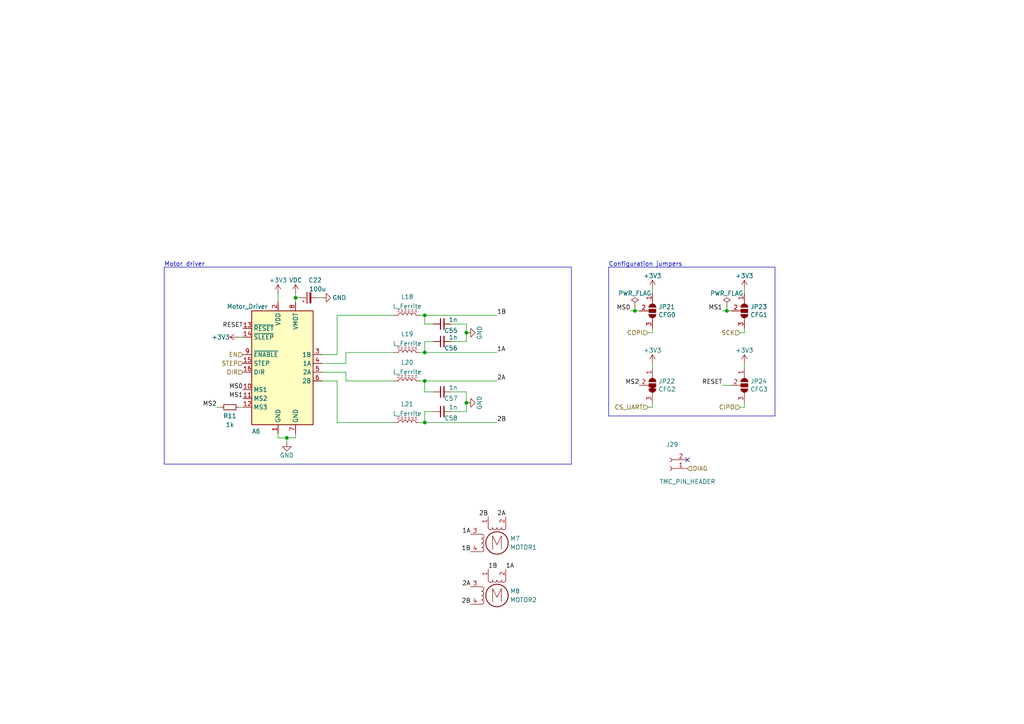
<source format=kicad_sch>
(kicad_sch (version 20230121) (generator eeschema)
  (paper "A4")
  (title_block (title "LumenPnP Motherboard") (date "2022-03-29") (company "Opulo"))
  (lib_symbols
    (symbol "Connector:Conn_01x02_Female" (pin_names (offset 1.016) hide)
      (property "Reference" "J" (at 0 2.54 0))
      (property "Value" "Conn_01x02_Female" (at 0 -5.08 0))
      (symbol "Conn_01x02_Female_1_1"
        (arc (start 0 -2.032) (mid -0.5058 -2.54) (end 0 -3.048) (stroke (width 0.1524)))
        (polyline (pts (xy -1.27 -2.54) (xy -0.508 -2.54)) (stroke (width 0.1524)))
        (polyline (pts (xy -1.27 0) (xy -0.508 0)) (stroke (width 0.1524)))
        (arc (start 0 0.508) (mid -0.5058 0) (end 0 -0.508) (stroke (width 0.1524)))
        (pin passive line (at -5.08 0 0) (length 3.81) (name "Pin_1") (number "1"))
        (pin passive line (at -5.08 -2.54 0) (length 3.81) (name "Pin_2") (number "2"))
      )
    )
    (symbol "Device:C_Polarized_Small" (pin_numbers hide) (pin_names (offset 0.254) hide)
      (property "Reference" "C" (at 0.254 1.778 0))
      (property "Value" "C_Polarized_Small" (at 0.254 -2.032 0))
      (symbol "C_Polarized_Small_0_1"
        (rectangle (start -1.524 -0.3048) (end 1.524 -0.6858) (fill (type outline)))
        (rectangle (start -1.524 0.6858) (end 1.524 0.3048))
        (polyline (pts (xy -1.27 1.524) (xy -0.762 1.524)))
        (polyline (pts (xy -1.016 1.27) (xy -1.016 1.778)))
      )
      (symbol "C_Polarized_Small_1_1"
        (pin passive line (at 0 2.54 270) (length 1.8542) (name "~") (number "1"))
        (pin passive line (at 0 -2.54 90) (length 1.8542) (name "~") (number "2"))
      )
    )
    (symbol "Device:C_Small" (pin_numbers hide) (pin_names (offset 0.254) hide)
      (property "Reference" "C" (at 0.254 1.778 0))
      (property "Value" "C_Small" (at 0.254 -2.032 0))
      (symbol "C_Small_0_1"
        (polyline (pts (xy -1.524 -0.508) (xy 1.524 -0.508)) (stroke (width 0.3302)))
        (polyline (pts (xy -1.524 0.508) (xy 1.524 0.508)) (stroke (width 0.3048)))
      )
      (symbol "C_Small_1_1"
        (pin passive line (at 0 2.54 270) (length 2.032) (name "~") (number "1"))
        (pin passive line (at 0 -2.54 90) (length 2.032) (name "~") (number "2"))
      )
    )
    (symbol "Device:L_Ferrite" (pin_numbers hide) (pin_names (offset 1.016) hide)
      (property "Reference" "L" (at -1.27 0 90))
      (property "Value" "L_Ferrite" (at 2.794 0 90))
      (symbol "L_Ferrite_0_1"
        (arc (start 0 -2.54) (mid 0.6323 -1.905) (end 0 -1.27))
        (arc (start 0 -1.27) (mid 0.6323 -0.635) (end 0 0))
        (polyline (pts (xy 1.016 -2.794) (xy 1.016 -2.286)))
        (polyline (pts (xy 1.016 -1.778) (xy 1.016 -1.27)))
        (polyline (pts (xy 1.016 -0.762) (xy 1.016 -0.254)))
        (polyline (pts (xy 1.016 0.254) (xy 1.016 0.762)))
        (polyline (pts (xy 1.016 1.27) (xy 1.016 1.778)))
        (polyline (pts (xy 1.016 2.286) (xy 1.016 2.794)))
        (polyline (pts (xy 1.524 -2.286) (xy 1.524 -2.794)))
        (polyline (pts (xy 1.524 -1.27) (xy 1.524 -1.778)))
        (polyline (pts (xy 1.524 -0.254) (xy 1.524 -0.762)))
        (polyline (pts (xy 1.524 0.762) (xy 1.524 0.254)))
        (polyline (pts (xy 1.524 1.778) (xy 1.524 1.27)))
        (polyline (pts (xy 1.524 2.794) (xy 1.524 2.286)))
        (arc (start 0 0) (mid 0.6323 0.635) (end 0 1.27))
        (arc (start 0 1.27) (mid 0.6323 1.905) (end 0 2.54))
      )
      (symbol "L_Ferrite_1_1"
        (pin passive line (at 0 3.81 270) (length 1.27) (name "1") (number "1"))
        (pin passive line (at 0 -3.81 90) (length 1.27) (name "2") (number "2"))
      )
    )
    (symbol "Device:R_Small" (pin_numbers hide) (pin_names (offset 0.254) hide)
      (property "Reference" "R" (at 0.762 0.508 0))
      (property "Value" "R_Small" (at 0.762 -1.016 0))
      (symbol "R_Small_0_1"
        (rectangle (start -0.762 1.778) (end 0.762 -1.778) (stroke (width 0.2032)))
      )
      (symbol "R_Small_1_1"
        (pin passive line (at 0 2.54 270) (length 0.762) (name "~") (number "1"))
        (pin passive line (at 0 -2.54 90) (length 0.762) (name "~") (number "2"))
      )
    )
    (symbol "Driver_Motor:Pololu_Breakout_A4988"
      (property "Reference" "A" (at -2.54 19.05 0))
      (property "Value" "Pololu_Breakout_A4988" (at -2.54 16.51 0))
      (symbol "Pololu_Breakout_A4988_0_1"
        (rectangle (start 10.16 -17.78) (end -7.62 15.24) (stroke (width 0.254)) (fill (type background)))
      )
      (symbol "Pololu_Breakout_A4988_1_1"
        (pin power_in line (at 0 -20.32 90) (length 2.54) (name "GND") (number "1"))
        (pin input line (at -10.16 -7.62 0) (length 2.54) (name "MS1") (number "10"))
        (pin input line (at -10.16 -10.16 0) (length 2.54) (name "MS2") (number "11"))
        (pin input line (at -10.16 -12.7 0) (length 2.54) (name "MS3") (number "12"))
        (pin input line (at -10.16 10.16 0) (length 2.54) (name "~{RESET}") (number "13"))
        (pin input line (at -10.16 7.62 0) (length 2.54) (name "~{SLEEP}") (number "14"))
        (pin input line (at -10.16 0 0) (length 2.54) (name "STEP") (number "15"))
        (pin input line (at -10.16 -2.54 0) (length 2.54) (name "DIR") (number "16"))
        (pin power_in line (at 0 17.78 270) (length 2.54) (name "VDD") (number "2"))
        (pin output line (at 12.7 2.54 180) (length 2.54) (name "1B") (number "3"))
        (pin output line (at 12.7 0 180) (length 2.54) (name "1A") (number "4"))
        (pin output line (at 12.7 -2.54 180) (length 2.54) (name "2A") (number "5"))
        (pin output line (at 12.7 -5.08 180) (length 2.54) (name "2B") (number "6"))
        (pin power_in line (at 5.08 -20.32 90) (length 2.54) (name "GND") (number "7"))
        (pin power_in line (at 5.08 17.78 270) (length 2.54) (name "VMOT") (number "8"))
        (pin input line (at -10.16 2.54 0) (length 2.54) (name "~{ENABLE}") (number "9"))
      )
    )
    (symbol "Jumper:SolderJumper_3_Open" (pin_names (offset 0) hide)
      (property "Reference" "JP" (at -2.54 -2.54 0))
      (property "Value" "SolderJumper_3_Open" (at 0 2.794 0))
      (symbol "SolderJumper_3_Open_0_1"
        (arc (start -1.016 1.016) (mid -2.0276 0) (end -1.016 -1.016))
        (arc (start -1.016 1.016) (mid -2.0276 0) (end -1.016 -1.016) (fill (type outline)))
        (rectangle (start -0.508 1.016) (end 0.508 -1.016) (fill (type outline)))
        (polyline (pts (xy -2.54 0) (xy -2.032 0)))
        (polyline (pts (xy -1.016 1.016) (xy -1.016 -1.016)))
        (polyline (pts (xy 0 -1.27) (xy 0 -1.016)))
        (polyline (pts (xy 1.016 1.016) (xy 1.016 -1.016)))
        (polyline (pts (xy 2.54 0) (xy 2.032 0)))
        (arc (start 1.016 -1.016) (mid 2.0276 0) (end 1.016 1.016))
        (arc (start 1.016 -1.016) (mid 2.0276 0) (end 1.016 1.016) (fill (type outline)))
      )
      (symbol "SolderJumper_3_Open_1_1"
        (pin passive line (at -5.08 0 0) (length 2.54) (name "A") (number "1"))
        (pin passive line (at 0 -3.81 90) (length 2.54) (name "C") (number "2"))
        (pin passive line (at 5.08 0 180) (length 2.54) (name "B") (number "3"))
      )
    )
    (symbol "Motor:Stepper_Motor_bipolar" (pin_names (offset 0) hide)
      (property "Reference" "M" (at 3.81 2.54 0))
      (property "Value" "Stepper_Motor_bipolar" (at 3.81 1.27 0))
      (symbol "Stepper_Motor_bipolar_0_0"
        (polyline (pts (xy -1.27 -1.778) (xy -1.27 2.032) (xy 0 -0.508) (xy 1.27 2.032) (xy 1.27 -1.778)))
      )
      (symbol "Stepper_Motor_bipolar_0_1"
        (arc (start -4.445 -2.54) (mid -3.8127 -1.905) (end -4.445 -1.27))
        (arc (start -4.445 -1.27) (mid -3.8127 -0.635) (end -4.445 0))
        (arc (start -4.445 0) (mid -3.8127 0.635) (end -4.445 1.27))
        (arc (start -4.445 1.27) (mid -3.8127 1.905) (end -4.445 2.54))
        (arc (start -2.54 4.445) (mid -1.905 3.8127) (end -1.27 4.445))
        (arc (start -1.27 4.445) (mid -0.635 3.8127) (end 0 4.445))
        (polyline (pts (xy -5.08 -2.54) (xy -4.445 -2.54)))
        (polyline (pts (xy -5.08 2.54) (xy -4.445 2.54)))
        (polyline (pts (xy -2.54 5.08) (xy -2.54 4.445)))
        (polyline (pts (xy 2.54 5.08) (xy 2.54 4.445)))
        (circle (center 0 0) (radius 3.2512) (stroke (width 0.254)))
        (arc (start 0 4.445) (mid 0.635 3.8127) (end 1.27 4.445))
        (arc (start 1.27 4.445) (mid 1.905 3.8127) (end 2.54 4.445))
      )
      (symbol "Stepper_Motor_bipolar_1_1"
        (pin passive line (at -2.54 7.62 270) (length 2.54) (name "~") (number "1"))
        (pin passive line (at 2.54 7.62 270) (length 2.54) (name "-") (number "2"))
        (pin passive line (at -7.62 2.54 0) (length 2.54) (name "~") (number "3"))
        (pin passive line (at -7.62 -2.54 0) (length 2.54) (name "~") (number "4"))
      )
    )
    (symbol "index:SolderJumper_3_Bridged23" (pin_names (offset 0) hide)
      (property "Reference" "JP" (at -2.54 -2.54 0))
      (property "Value" "SolderJumper_3_Bridged23" (at 0 2.794 0))
      (symbol "SolderJumper_3_Bridged23_0_1"
        (rectangle (start -1.016 0.508) (end -0.508 -0.508) (fill (type outline)))
        (arc (start -1.016 1.016) (mid -2.0276 0) (end -1.016 -1.016))
        (arc (start -1.016 1.016) (mid -2.0276 0) (end -1.016 -1.016) (fill (type outline)))
        (rectangle (start -0.508 1.016) (end 0.508 -1.016) (fill (type outline)))
        (polyline (pts (xy -2.54 0) (xy -2.032 0)))
        (polyline (pts (xy -1.016 1.016) (xy -1.016 -1.016)))
        (polyline (pts (xy 0 -1.27) (xy 0 -1.016)))
        (polyline (pts (xy 1.016 1.016) (xy 1.016 -1.016)))
        (polyline (pts (xy 2.54 0) (xy 2.032 0)))
        (arc (start 1.016 -1.016) (mid 2.0276 0) (end 1.016 1.016))
        (arc (start 1.016 -1.016) (mid 2.0276 0) (end 1.016 1.016) (fill (type outline)))
      )
      (symbol "SolderJumper_3_Bridged23_1_1"
        (pin passive line (at 5.08 0 180) (length 2.54) (name "B") (number "1"))
        (pin input line (at 0 -3.81 90) (length 2.54) (name "C") (number "2"))
        (pin passive line (at -5.08 0 0) (length 2.54) (name "A") (number "3"))
      )
    )
    (symbol "power:+3.3V" (power) (pin_names (offset 0))
      (property "Value" "+3.3V" (at 0 3.556 0))
      (symbol "+3.3V_0_1"
        (polyline (pts (xy -0.762 1.27) (xy 0 2.54)))
        (polyline (pts (xy 0 0) (xy 0 2.54)))
        (polyline (pts (xy 0 2.54) (xy 0.762 1.27)))
      )
      (symbol "+3.3V_1_1"
        (pin power_in line (at 0 0 90) (length 0) hide (name "+3V3") (number "1"))
      )
    )
    (symbol "power:+3V3" (power) (pin_names (offset 0))
      (property "Value" "+3V3" (at 0 3.556 0))
      (symbol "+3V3_0_1"
        (polyline (pts (xy -0.762 1.27) (xy 0 2.54)))
        (polyline (pts (xy 0 0) (xy 0 2.54)))
        (polyline (pts (xy 0 2.54) (xy 0.762 1.27)))
      )
      (symbol "+3V3_1_1"
        (pin power_in line (at 0 0 90) (length 0) hide (name "+3V3") (number "1"))
      )
    )
    (symbol "power:GND" (power) (pin_names (offset 0))
      (property "Value" "GND" (at 0 -3.81 0))
      (symbol "GND_0_1"
        (polyline (pts (xy 0 0) (xy 0 -1.27) (xy 1.27 -1.27) (xy 0 -2.54) (xy -1.27 -1.27) (xy 0 -1.27)))
      )
      (symbol "GND_1_1"
        (pin power_in line (at 0 0 270) (length 0) hide (name "GND") (number "1"))
      )
    )
    (symbol "power:PWR_FLAG" (power) (pin_numbers hide) (pin_names (offset 0) hide)
      (property "Value" "PWR_FLAG" (at 0 3.81 0))
      (symbol "PWR_FLAG_0_0"
        (pin power_out line (at 0 0 90) (length 0) (name "pwr") (number "1"))
      )
      (symbol "PWR_FLAG_0_1"
        (polyline (pts (xy 0 0) (xy 0 1.27) (xy -1.016 1.905) (xy 0 2.54) (xy 1.016 1.905) (xy 0 1.27)))
      )
    )
    (symbol "power:VDC" (power) (pin_names (offset 0))
      (property "Value" "VDC" (at 0 6.35 0))
      (symbol "VDC_0_1"
        (polyline (pts (xy -0.762 1.27) (xy 0 2.54)))
        (polyline (pts (xy 0 0) (xy 0 2.54)))
        (polyline (pts (xy 0 2.54) (xy 0.762 1.27)))
      )
      (symbol "VDC_1_1"
        (pin power_in line (at 0 0 90) (length 0) hide (name "VDC") (number "1"))
      )
    )
  )
  (junction (at 123.19 91.44))
  (junction (at 135.255 96.52))
  (junction (at 135.255 116.84))
  (junction (at 83.185 127))
  (junction (at 123.19 102.235))
  (junction (at 123.19 110.49))
  (junction (at 123.19 122.555))
  (junction (at 85.725 86.36))
  (junction (at 184.15 90.17))
  (junction (at 210.82 90.17))
  (no_connect (at 199.39 133.35))
  (polyline (pts (xy 47.625 77.47) (xy 47.625 134.62)))
  (wire (pts (xy 189.23 118.11) (xy 189.23 116.84)))
  (wire (pts (xy 135.255 93.98) (xy 130.81 93.98)))
  (wire (pts (xy 100.33 107.95) (xy 100.33 110.49)))
  (wire (pts (xy 100.33 102.235) (xy 114.3 102.235)))
  (wire (pts (xy 123.19 102.235) (xy 144.145 102.235)))
  (wire (pts (xy 189.23 83.82) (xy 189.23 85.09)))
  (wire (pts (xy 189.23 105.41) (xy 189.23 106.68)))
  (polyline (pts (xy 165.735 134.62) (xy 165.735 77.47)))
  (wire (pts (xy 80.645 127) (xy 83.185 127)))
  (wire (pts (xy 123.19 122.555) (xy 123.19 119.38)))
  (wire (pts (xy 93.345 107.95) (xy 100.33 107.95)))
  (wire (pts (xy 123.19 119.38) (xy 125.73 119.38)))
  (wire (pts (xy 100.33 110.49) (xy 114.3 110.49)))
  (wire (pts (xy 187.96 118.11) (xy 189.23 118.11)))
  (wire (pts (xy 184.15 88.9) (xy 184.15 90.17)))
  (wire (pts (xy 121.92 122.555) (xy 123.19 122.555)))
  (wire (pts (xy 93.345 110.49) (xy 97.79 110.49)))
  (polyline (pts (xy 176.53 77.47) (xy 224.79 77.47)))
  (wire (pts (xy 97.79 102.87) (xy 97.79 91.44)))
  (wire (pts (xy 80.645 125.73) (xy 80.645 127)))
  (wire (pts (xy 135.255 113.665) (xy 135.255 116.84)))
  (wire (pts (xy 93.345 105.41) (xy 100.33 105.41)))
  (wire (pts (xy 214.63 118.11) (xy 215.9 118.11)))
  (wire (pts (xy 80.645 85.09) (xy 80.645 87.63)))
  (wire (pts (xy 123.19 93.98) (xy 125.73 93.98)))
  (wire (pts (xy 135.255 96.52) (xy 135.255 93.98)))
  (wire (pts (xy 85.725 85.09) (xy 85.725 86.36)))
  (wire (pts (xy 121.92 110.49) (xy 123.19 110.49)))
  (wire (pts (xy 135.255 99.06) (xy 135.255 96.52)))
  (wire (pts (xy 123.19 91.44) (xy 144.145 91.44)))
  (wire (pts (xy 123.19 102.235) (xy 123.19 99.06)))
  (wire (pts (xy 62.865 118.11) (xy 64.135 118.11)))
  (wire (pts (xy 97.79 110.49) (xy 97.79 122.555)))
  (wire (pts (xy 210.82 88.9) (xy 210.82 90.17)))
  (wire (pts (xy 85.725 86.36) (xy 86.995 86.36)))
  (wire (pts (xy 123.19 91.44) (xy 123.19 93.98)))
  (wire (pts (xy 100.33 105.41) (xy 100.33 102.235)))
  (wire (pts (xy 93.345 102.87) (xy 97.79 102.87)))
  (wire (pts (xy 123.19 113.665) (xy 125.73 113.665)))
  (wire (pts (xy 189.23 96.52) (xy 189.23 95.25)))
  (wire (pts (xy 135.255 119.38) (xy 130.81 119.38)))
  (wire (pts (xy 85.725 86.36) (xy 85.725 87.63)))
  (wire (pts (xy 130.81 113.665) (xy 135.255 113.665)))
  (polyline (pts (xy 224.79 120.65) (xy 176.53 120.65)))
  (wire (pts (xy 123.19 110.49) (xy 123.19 113.665)))
  (wire (pts (xy 83.185 127) (xy 83.185 128.27)))
  (wire (pts (xy 209.55 90.17) (xy 210.82 90.17)))
  (wire (pts (xy 187.96 96.52) (xy 189.23 96.52)))
  (wire (pts (xy 121.92 91.44) (xy 123.19 91.44)))
  (wire (pts (xy 184.15 90.17) (xy 185.42 90.17)))
  (wire (pts (xy 215.9 105.41) (xy 215.9 106.68)))
  (wire (pts (xy 215.9 96.52) (xy 215.9 95.25)))
  (polyline (pts (xy 47.625 77.47) (xy 165.735 77.47)))
  (wire (pts (xy 182.88 90.17) (xy 184.15 90.17)))
  (wire (pts (xy 215.9 83.82) (xy 215.9 85.09)))
  (wire (pts (xy 130.81 99.06) (xy 135.255 99.06)))
  (wire (pts (xy 214.63 96.52) (xy 215.9 96.52)))
  (wire (pts (xy 97.79 122.555) (xy 114.3 122.555)))
  (polyline (pts (xy 224.79 77.47) (xy 224.79 120.65)))
  (wire (pts (xy 85.725 125.73) (xy 85.725 127)))
  (wire (pts (xy 97.79 91.44) (xy 114.3 91.44)))
  (polyline (pts (xy 176.53 77.47) (xy 176.53 120.65)))
  (wire (pts (xy 69.215 97.79) (xy 70.485 97.79)))
  (wire (pts (xy 123.19 110.49) (xy 144.145 110.49)))
  (wire (pts (xy 83.185 127) (xy 85.725 127)))
  (wire (pts (xy 215.9 118.11) (xy 215.9 116.84)))
  (wire (pts (xy 121.92 102.235) (xy 123.19 102.235)))
  (polyline (pts (xy 47.625 134.62) (xy 165.735 134.62)))
  (wire (pts (xy 69.215 118.11) (xy 70.485 118.11)))
  (wire (pts (xy 123.19 122.555) (xy 144.145 122.555)))
  (wire (pts (xy 123.19 99.06) (xy 125.73 99.06)))
  (wire (pts (xy 92.075 86.36) (xy 93.345 86.36)))
  (wire (pts (xy 210.82 90.17) (xy 212.09 90.17)))
  (wire (pts (xy 135.255 116.84) (xy 135.255 119.38)))
  (wire (pts (xy 209.55 111.76) (xy 212.09 111.76)))
  (text "Configuration jumpers" (at 176.53 77.47 0) (effects (font (size 1.27 1.27)) (justify left bottom)))
  (text "Motor driver" (at 47.625 77.47 0) (effects (font (size 1.27 1.27)) (justify left bottom)))
  (label "2A" (at 144.145 110.49 0))
  (label "2B" (at 144.145 122.555 0))
  (label "2A" (at 136.525 170.18 180))
  (label "2B" (at 136.525 175.26 180))
  (label "RESET" (at 209.55 111.76 180))
  (label "MS2" (at 62.865 118.11 180))
  (label "MS2" (at 185.42 111.76 180))
  (label "1B" (at 144.145 91.44 0))
  (label "RESET" (at 70.485 95.25 180))
  (label "2A" (at 146.685 149.86 180))
  (label "1B" (at 136.525 160.02 180))
  (label "1A" (at 136.525 154.94 180))
  (label "MS0" (at 70.485 113.03 180))
  (label "MS1" (at 209.55 90.17 180))
  (label "2B" (at 141.605 149.86 180))
  (label "1A" (at 146.685 165.1 0))
  (label "1A" (at 144.145 102.235 0))
  (label "MS1" (at 70.485 115.57 180))
  (label "1B" (at 141.605 165.1 0))
  (label "MS0" (at 182.88 90.17 180))
  (hierarchical_label "DIR" (shape input) (at 70.485 107.95 180))
  (hierarchical_label "COPI" (shape input) (at 187.96 96.52 180))
  (hierarchical_label "SCK" (shape input) (at 214.63 96.52 180))
  (hierarchical_label "CIPO" (shape input) (at 214.63 118.11 180))
  (hierarchical_label "DIAG" (shape input) (at 199.39 135.89 0))
  (hierarchical_label "EN" (shape input) (at 70.485 102.87 180))
  (hierarchical_label "CS_UART" (shape input) (at 187.96 118.11 180))
  (hierarchical_label "STEP" (shape input) (at 70.485 105.41 180))
  (symbol (lib_id "power:+3V3") (at 80.645 85.09 0) (unit 1)
    (property "Reference" "#PWR066" (effects hide))
    (property "Value" "+3V3" (at 80.645 81.28 0))
    (instances (project "mobo" (path "" (reference "#PWR0227") (unit 1))))
  )
  (symbol (lib_id "power:GND") (at 83.185 128.27 0) (unit 1)
    (property "Reference" "#PWR067" (effects hide))
    (property "Value" "GND" (at 83.185 132.08 0))
    (instances (project "mobo" (path "" (reference "#PWR0225") (unit 1))))
  )
  (symbol (lib_id "power:+3.3V") (at 69.215 97.79 90) (unit 1)
    (property "Reference" "#PWR065" (effects hide))
    (property "Value" "+3.3V" (at 66.675 97.79 90) (effects (justify left)))
    (instances (project "mobo" (path "" (reference "#PWR0226") (unit 1))))
  )
  (symbol (lib_id "Motor:Stepper_Motor_bipolar") (at 144.145 172.72 0) (unit 1)
    (property "Reference" "M6" (at 147.955 171.45 0) (effects (justify left)))
    (property "Value" "MOTOR2" (at 147.955 173.99 0) (effects (justify left)))
    (property "Footprint" "Connector_JST:JST_XH_B4B-XH-A_1x04_P2.50mm_Vertical" (effects hide))
    (property "Datasheet" "http://www.infineon.com/dgdl/Application-Note-TLE8110EE_driving_UniPolarStepperMotor_V1.1.pdf?fileId=db3a30431be39b97011be5d0aa0a00b0" (effects hide))
    (property "LCSC" "C37815" (effects hide))
    (property "JLCPCB" "C37815" (effects hide))
    (property "Digikey" "455-2249-ND" (effects hide))
    (instances (project "mobo" (path "" (reference "M8") (unit 1))))
  )
  (symbol (lib_id "Motor:Stepper_Motor_bipolar") (at 144.145 157.48 0) (unit 1)
    (property "Reference" "M5" (at 147.955 156.21 0) (effects (justify left)))
    (property "Value" "MOTOR1" (at 147.955 158.75 0) (effects (justify left)))
    (property "Footprint" "Connector_JST:JST_XH_B4B-XH-A_1x04_P2.50mm_Vertical" (effects hide))
    (property "Datasheet" "http://www.infineon.com/dgdl/Application-Note-TLE8110EE_driving_UniPolarStepperMotor_V1.1.pdf?fileId=db3a30431be39b97011be5d0aa0a00b0" (effects hide))
    (property "LCSC" "C37815" (effects hide))
    (property "JLCPCB" "C37815" (effects hide))
    (property "Digikey" "455-2249-ND" (effects hide))
    (instances (project "mobo" (path "" (reference "M7") (unit 1))))
  )
  (symbol (lib_id "Driver_Motor:Pololu_Breakout_A4988") (at 80.645 105.41 0) (unit 1)
    (property "Reference" "A5" (at 74.295 125.095 0))
    (property "Value" "Motor_Driver" (at 71.755 88.9 0))
    (property "Footprint" "Module:Pololu_Breakout-16_15.2x20.3mm" (effects hide))
    (property "Datasheet" "https://www.pololu.com/product/2980/pictures" (effects hide))
    (property "Digikey" "1460-TMC2209SILENTSTEPSTICK-ND" (effects hide))
    (property "Notes" "BIGTREETECH TMC2209" (effects hide))
    (instances (project "mobo" (path "" (reference "A6") (unit 1))))
  )
  (symbol (lib_id "power:VDC") (at 85.725 85.09 0) (unit 1)
    (property "Reference" "#PWR068" (effects hide))
    (property "Value" "VDC" (at 85.725 81.28 0))
    (instances (project "mobo" (path "" (reference "#PWR0228") (unit 1))))
  )
  (symbol (lib_id "Device:C_Polarized_Small") (at 89.535 86.36 90) (unit 1)
    (property "Reference" "C21" (at 93.345 81.28 90) (effects (justify left)))
    (property "Value" "100u" (at 94.615 83.82 90) (effects (justify left)))
    (property "Footprint" "Capacitor_SMD:CP_Elec_6.3x7.7" (effects hide))
    (property "Digikey" "493-2203-1-ND" (effects hide))
    (property "JLCPCB" "C99837" (effects hide))
    (property "LCSC" "C3339" (effects hide))
    (property "Mouser" "647-UWT1V101MCL1S" (effects hide))
    (property "Notes" "35V/20%/Aluminum" (effects hide))
    (instances (project "mobo" (path "" (reference "C22") (unit 1))))
  )
  (symbol (lib_id "power:GND") (at 93.345 86.36 90) (unit 1)
    (property "Reference" "#PWR072" (effects hide))
    (property "Value" "GND" (at 98.425 86.36 90))
    (instances (project "mobo" (path "" (reference "#PWR0229") (unit 1))))
  )
  (symbol (lib_id "power:+3.3V") (at 215.9 105.41 0) (unit 1)
    (property "Reference" "#PWR070" (effects hide))
    (property "Value" "+3.3V" (at 215.9 101.6 0))
    (instances (project "mobo" (path "" (reference "#PWR0221") (unit 1))))
  )
  (symbol (lib_id "power:+3.3V") (at 189.23 83.82 0) (unit 1)
    (property "Reference" "#PWR063" (effects hide))
    (property "Value" "+3.3V" (at 189.23 80.01 0))
    (instances (project "mobo" (path "" (reference "#PWR0223") (unit 1))))
  )
  (symbol (lib_id "power:+3.3V") (at 215.9 83.82 0) (unit 1)
    (property "Reference" "#PWR069" (effects hide))
    (property "Value" "+3.3V" (at 215.9 80.01 0))
    (instances (project "mobo" (path "" (reference "#PWR0222") (unit 1))))
  )
  (symbol (lib_id "power:+3.3V") (at 189.23 105.41 0) (unit 1)
    (property "Reference" "#PWR064" (effects hide))
    (property "Value" "+3.3V" (at 189.23 101.6 0))
    (instances (project "mobo" (path "" (reference "#PWR0224") (unit 1))))
  )
  (symbol (lib_id "Jumper:SolderJumper_3_Open") (at 189.23 90.17 270) (unit 1)
    (property "Reference" "JP17" (at 190.9572 89.0016 90) (effects (justify left)))
    (property "Value" "CFG0" (at 190.9572 91.313 90) (effects (justify left)))
    (property "Footprint" "Jumper:SolderJumper-3_P1.3mm_Open_RoundedPad1.0x1.5mm" (effects hide))
    (instances (project "mobo" (path "" (reference "JP21") (unit 1))))
  )
  (symbol (lib_id "Jumper:SolderJumper_3_Open") (at 215.9 90.17 270) (unit 1)
    (property "Reference" "JP19" (at 217.6272 89.0016 90) (effects (justify left)))
    (property "Value" "CFG1" (at 217.6272 91.313 90) (effects (justify left)))
    (property "Footprint" "Jumper:SolderJumper-3_P1.3mm_Open_RoundedPad1.0x1.5mm" (effects hide))
    (instances (project "mobo" (path "" (reference "JP23") (unit 1))))
  )
  (symbol (lib_id "Device:R_Small") (at 66.675 118.11 270) (unit 1)
    (property "Reference" "R10" (at 66.675 120.65 90))
    (property "Value" "1k" (at 66.675 123.19 90))
    (property "Footprint" "Resistor_SMD:R_0805_2012Metric" (effects hide))
    (property "JLCPCB" "C17513" (effects hide))
    (property "LCSC" "C17513" (effects hide))
    (property "Notes" "125mW/1%" (effects hide))
    (instances (project "mobo" (path "" (reference "R11") (unit 1))))
  )
  (symbol (lib_id "index:SolderJumper_3_Bridged23") (at 189.23 111.76 270) (mirror x) (unit 1)
    (property "Reference" "JP18" (at 190.9572 110.5916 90) (effects (justify left)))
    (property "Value" "CFG2" (at 190.9572 112.903 90) (effects (justify left)))
    (property "Footprint" "index:SolderJumper-3_P1.3mm_Bridged23_RoundedPad1.0x1.5mm" (effects hide))
    (instances (project "mobo" (path "" (reference "JP22") (unit 1))))
  )
  (symbol (lib_id "power:PWR_FLAG") (at 210.82 88.9 0) (unit 1)
    (property "Reference" "#FLG06" (effects hide))
    (property "Value" "PWR_FLAG" (at 210.82 85.09 0))
    (instances (project "mobo" (path "" (reference "#FLG02") (unit 1))))
  )
  (symbol (lib_id "power:PWR_FLAG") (at 184.15 88.9 0) (unit 1)
    (property "Reference" "#FLG05" (effects hide))
    (property "Value" "PWR_FLAG" (at 184.15 85.09 0))
    (instances (project "mobo" (path "" (reference "#FLG01") (unit 1))))
  )
  (symbol (lib_id "Device:C_Small") (at 128.27 93.98 90) (unit 1)
    (property "Reference" "C59" (at 130.81 95.885 90))
    (property "Value" "1n" (at 131.445 92.71 90))
    (property "Footprint" "Capacitor_SMD:C_0805_2012Metric" (effects hide))
    (property "Digikey" "1276-1020-1-ND" (effects hide))
    (property "Notes" "50V/10%" (effects hide))
    (instances (project "mobo" (path "" (reference "C55") (unit 1))))
  )
  (symbol (lib_id "Device:L_Ferrite") (at 118.11 122.555 90) (unit 1)
    (property "Reference" "L25" (at 118.11 117.1915 90))
    (property "Value" "L_Ferrite" (at 118.11 119.9666 90))
    (property "Footprint" "Inductor_SMD:L_0805_2012Metric" (effects hide))
    (property "Digikey" "1934-1472-1-ND" (effects hide))
    (property "Notes" "120R @ 100MHz/6A" (effects hide))
    (instances (project "mobo" (path "" (reference "L21") (unit 1))))
  )
  (symbol (lib_id "Connector:Conn_01x02_Female") (at 194.31 135.89 180) (unit 1)
    (property "Reference" "J30" (at 194.945 128.9263 0))
    (property "Value" "TMC_PIN_HEADER" (at 199.39 139.7 0))
    (property "Footprint" "Connector_PinSocket_2.54mm:PinSocket_1x02_P2.54mm_Vertical" (effects hide))
    (instances (project "mobo" (path "" (reference "J29") (unit 1))))
  )
  (symbol (lib_id "Device:C_Small") (at 128.27 113.665 90) (unit 1)
    (property "Reference" "C61" (at 130.81 115.57 90))
    (property "Value" "1n" (at 131.445 112.395 90))
    (property "Footprint" "Capacitor_SMD:C_0805_2012Metric" (effects hide))
    (property "Digikey" "1276-1020-1-ND" (effects hide))
    (property "Notes" "50V/10%" (effects hide))
    (instances (project "mobo" (path "" (reference "C57") (unit 1))))
  )
  (symbol (lib_id "Device:L_Ferrite") (at 118.11 102.235 90) (unit 1)
    (property "Reference" "L23" (at 118.11 96.8715 90))
    (property "Value" "L_Ferrite" (at 118.11 99.6466 90))
    (property "Footprint" "Inductor_SMD:L_0805_2012Metric" (effects hide))
    (property "Digikey" "1934-1472-1-ND" (effects hide))
    (property "Notes" "120R @ 100MHz/6A" (effects hide))
    (instances (project "mobo" (path "" (reference "L19") (unit 1))))
  )
  (symbol (lib_id "Device:L_Ferrite") (at 118.11 91.44 90) (unit 1)
    (property "Reference" "L22" (at 118.11 86.0765 90))
    (property "Value" "L_Ferrite" (at 118.11 88.8516 90))
    (property "Footprint" "Inductor_SMD:L_0805_2012Metric" (effects hide))
    (property "Digikey" "1934-1472-1-ND" (effects hide))
    (property "Notes" "120R @ 100MHz/6A" (effects hide))
    (instances (project "mobo" (path "" (reference "L18") (unit 1))))
  )
  (symbol (lib_id "Device:L_Ferrite") (at 118.11 110.49 90) (unit 1)
    (property "Reference" "L24" (at 118.11 105.1265 90))
    (property "Value" "L_Ferrite" (at 118.11 107.9016 90))
    (property "Footprint" "Inductor_SMD:L_0805_2012Metric" (effects hide))
    (property "Digikey" "1934-1472-1-ND" (effects hide))
    (property "Notes" "120R @ 100MHz/6A" (effects hide))
    (instances (project "mobo" (path "" (reference "L20") (unit 1))))
  )
  (symbol (lib_id "Device:C_Small") (at 128.27 119.38 90) (unit 1)
    (property "Reference" "C62" (at 130.81 121.285 90))
    (property "Value" "1n" (at 131.445 118.11 90))
    (property "Footprint" "Capacitor_SMD:C_0805_2012Metric" (effects hide))
    (property "Digikey" "1276-1020-1-ND" (effects hide))
    (property "Notes" "50V/10%" (effects hide))
    (instances (project "mobo" (path "" (reference "C58") (unit 1))))
  )
  (symbol (lib_id "power:GND") (at 135.255 116.84 90) (unit 1)
    (property "Reference" "#PWR0129" (effects hide))
    (property "Value" "GND" (at 139.065 116.84 0))
    (instances (project "mobo" (path "" (reference "#PWR0127") (unit 1))))
  )
  (symbol (lib_id "power:GND") (at 135.255 96.52 90) (unit 1)
    (property "Reference" "#PWR0130" (effects hide))
    (property "Value" "GND" (at 139.065 96.52 0))
    (instances (project "mobo" (path "" (reference "#PWR0128") (unit 1))))
  )
  (symbol (lib_id "Device:C_Small") (at 128.27 99.06 90) (unit 1)
    (property "Reference" "C60" (at 130.81 100.965 90))
    (property "Value" "1n" (at 131.445 97.79 90))
    (property "Footprint" "Capacitor_SMD:C_0805_2012Metric" (effects hide))
    (property "Digikey" "1276-1020-1-ND" (effects hide))
    (property "Notes" "50V/10%" (effects hide))
    (instances (project "mobo" (path "" (reference "C56") (unit 1))))
  )
  (symbol (lib_id "Jumper:SolderJumper_3_Open") (at 215.9 111.76 270) (unit 1)
    (property "Reference" "JP20" (at 217.6272 110.5916 90) (effects (justify left)))
    (property "Value" "CFG3" (at 217.6272 112.903 90) (effects (justify left)))
    (property "Footprint" "Jumper:SolderJumper-3_P1.3mm_Open_RoundedPad1.0x1.5mm" (effects hide))
    (instances (project "mobo" (path "" (reference "JP24") (unit 1))))
  )
)
</source>
